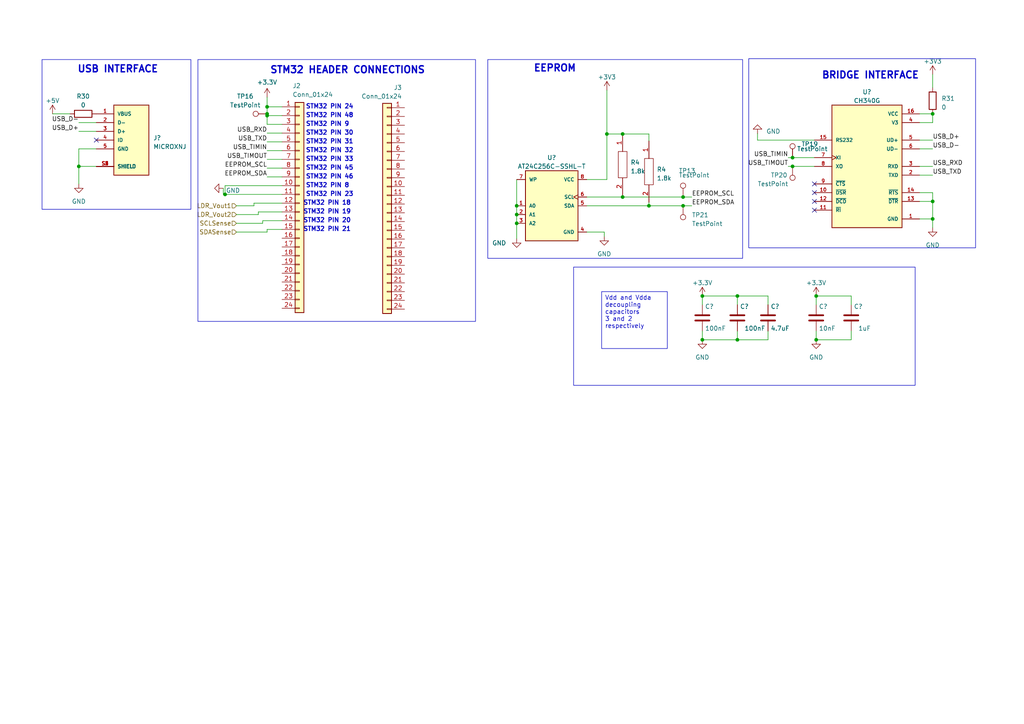
<source format=kicad_sch>
(kicad_sch (version 20230121) (generator eeschema)
  (paper "A4")
  (title_block (title "MCU Schematic") (date "2023-03-14") (rev "Rev 1") (company "UCT") (comment 1 "EEE3088F Project") (comment 2 "Jack Youens"))
  (lib_symbols
    (symbol "0402WGF1001TCE:0402WGF1001TCE" (pin_names (offset 0.762))
      (property "Reference" "R" (at 13.97 6.35 0))
      (property "Value" "0402WGF1001TCE" (at 13.97 3.81 0))
      (symbol "0402WGF1001TCE_0_0"
        (pin passive line (at 0 0 0) (length 5.08) (name "~") (number "1"))
        (pin passive line (at 17.78 0 180) (length 5.08) (name "~") (number "2"))
      )
      (symbol "0402WGF1001TCE_0_1"
        (polyline (pts (xy 5.08 1.27) (xy 12.7 1.27) (xy 12.7 -1.27) (xy 5.08 -1.27) (xy 5.08 1.27)) (stroke (width 0.1524)))
      )
    )
    (symbol "AT24C256C-SSHL-T:AT24C256C-SSHL-T" (pin_names (offset 1.016))
      (property "Reference" "U" (at -7.6427 10.1903 0))
      (property "Value" "AT24C256C-SSHL-T" (at -7.6309 -12.7181 0))
      (symbol "AT24C256C-SSHL-T_0_0"
        (rectangle (start -7.62 -10.16) (end 7.62 10.16) (stroke (width 0.254)) (fill (type background)))
        (pin input line (at -10.16 0 0) (length 2.54) (name "A0") (number "1"))
        (pin input line (at -10.16 -2.54 0) (length 2.54) (name "A1") (number "2"))
        (pin input line (at -10.16 -5.08 0) (length 2.54) (name "A2") (number "3"))
        (pin power_in line (at 10.16 -7.62 180) (length 2.54) (name "GND") (number "4"))
        (pin bidirectional line (at 10.16 0 180) (length 2.54) (name "SDA") (number "5"))
        (pin input clock (at 10.16 2.54 180) (length 2.54) (name "SCL") (number "6"))
        (pin input line (at -10.16 7.62 0) (length 2.54) (name "WP") (number "7"))
        (pin power_in line (at 10.16 7.62 180) (length 2.54) (name "VCC") (number "8"))
      )
    )
    (symbol "CH340G:CH340G" (pin_names (offset 1.016))
      (property "Reference" "U" (at -10.16 20.32 0))
      (property "Value" "CH340G" (at -10.16 -22.86 0))
      (symbol "CH340G_0_0"
        (rectangle (start -10.16 -17.78) (end 10.16 17.78) (stroke (width 0.254)) (fill (type background)))
        (pin power_in line (at 15.24 -15.24 180) (length 5.08) (name "GND") (number "1"))
        (pin input line (at -15.24 -7.62 0) (length 5.08) (name "~{DSR}") (number "10"))
        (pin input line (at -15.24 -12.7 0) (length 5.08) (name "~{RI}") (number "11"))
        (pin input line (at -15.24 -10.16 0) (length 5.08) (name "~{DCD}") (number "12"))
        (pin output line (at 15.24 -10.16 180) (length 5.08) (name "~{DTR}") (number "13"))
        (pin output line (at 15.24 -7.62 180) (length 5.08) (name "~{RTS}") (number "14"))
        (pin input line (at -15.24 7.62 0) (length 5.08) (name "RS232") (number "15"))
        (pin power_in line (at 15.24 15.24 180) (length 5.08) (name "VCC") (number "16"))
        (pin output line (at 15.24 -2.54 180) (length 5.08) (name "TXD") (number "2"))
        (pin input line (at 15.24 0 180) (length 5.08) (name "RXD") (number "3"))
        (pin power_in line (at 15.24 12.7 180) (length 5.08) (name "V3") (number "4"))
        (pin bidirectional line (at 15.24 7.62 180) (length 5.08) (name "UD+") (number "5"))
        (pin bidirectional line (at 15.24 5.08 180) (length 5.08) (name "UD-") (number "6"))
        (pin input clock (at -15.24 2.54 0) (length 5.08) (name "XI") (number "7"))
        (pin output line (at -15.24 0 0) (length 5.08) (name "XO") (number "8"))
        (pin input line (at -15.24 -5.08 0) (length 5.08) (name "~{CTS}") (number "9"))
      )
    )
    (symbol "Connector:TestPoint" (pin_numbers hide) (pin_names (offset 0.762) hide)
      (property "Reference" "TP" (at 0 6.858 0))
      (property "Value" "TestPoint" (at 0 5.08 0))
      (symbol "TestPoint_0_1"
        (circle (center 0 3.302) (radius 0.762))
      )
      (symbol "TestPoint_1_1"
        (pin passive line (at 0 0 90) (length 2.54) (name "1") (number "1"))
      )
    )
    (symbol "Connector_Generic:Conn_01x24" (pin_names (offset 1.016) hide)
      (property "Reference" "J" (at 0 30.48 0))
      (property "Value" "Conn_01x24" (at 0 -33.02 0))
      (symbol "Conn_01x24_1_1"
        (rectangle (start -1.27 -30.353) (end 0 -30.607) (stroke (width 0.1524)))
        (rectangle (start -1.27 -27.813) (end 0 -28.067) (stroke (width 0.1524)))
        (rectangle (start -1.27 -25.273) (end 0 -25.527) (stroke (width 0.1524)))
        (rectangle (start -1.27 -22.733) (end 0 -22.987) (stroke (width 0.1524)))
        (rectangle (start -1.27 -20.193) (end 0 -20.447) (stroke (width 0.1524)))
        (rectangle (start -1.27 -17.653) (end 0 -17.907) (stroke (width 0.1524)))
        (rectangle (start -1.27 -15.113) (end 0 -15.367) (stroke (width 0.1524)))
        (rectangle (start -1.27 -12.573) (end 0 -12.827) (stroke (width 0.1524)))
        (rectangle (start -1.27 -10.033) (end 0 -10.287) (stroke (width 0.1524)))
        (rectangle (start -1.27 -7.493) (end 0 -7.747) (stroke (width 0.1524)))
        (rectangle (start -1.27 -4.953) (end 0 -5.207) (stroke (width 0.1524)))
        (rectangle (start -1.27 -2.413) (end 0 -2.667) (stroke (width 0.1524)))
        (rectangle (start -1.27 0.127) (end 0 -0.127) (stroke (width 0.1524)))
        (rectangle (start -1.27 2.667) (end 0 2.413) (stroke (width 0.1524)))
        (rectangle (start -1.27 5.207) (end 0 4.953) (stroke (width 0.1524)))
        (rectangle (start -1.27 7.747) (end 0 7.493) (stroke (width 0.1524)))
        (rectangle (start -1.27 10.287) (end 0 10.033) (stroke (width 0.1524)))
        (rectangle (start -1.27 12.827) (end 0 12.573) (stroke (width 0.1524)))
        (rectangle (start -1.27 15.367) (end 0 15.113) (stroke (width 0.1524)))
        (rectangle (start -1.27 17.907) (end 0 17.653) (stroke (width 0.1524)))
        (rectangle (start -1.27 20.447) (end 0 20.193) (stroke (width 0.1524)))
        (rectangle (start -1.27 22.987) (end 0 22.733) (stroke (width 0.1524)))
        (rectangle (start -1.27 25.527) (end 0 25.273) (stroke (width 0.1524)))
        (rectangle (start -1.27 28.067) (end 0 27.813) (stroke (width 0.1524)))
        (rectangle (start -1.27 29.21) (end 1.27 -31.75) (stroke (width 0.254)) (fill (type background)))
        (pin passive line (at -5.08 27.94 0) (length 3.81) (name "Pin_1") (number "1"))
        (pin passive line (at -5.08 5.08 0) (length 3.81) (name "Pin_10") (number "10"))
        (pin passive line (at -5.08 2.54 0) (length 3.81) (name "Pin_11") (number "11"))
        (pin passive line (at -5.08 0 0) (length 3.81) (name "Pin_12") (number "12"))
        (pin passive line (at -5.08 -2.54 0) (length 3.81) (name "Pin_13") (number "13"))
        (pin passive line (at -5.08 -5.08 0) (length 3.81) (name "Pin_14") (number "14"))
        (pin passive line (at -5.08 -7.62 0) (length 3.81) (name "Pin_15") (number "15"))
        (pin passive line (at -5.08 -10.16 0) (length 3.81) (name "Pin_16") (number "16"))
        (pin passive line (at -5.08 -12.7 0) (length 3.81) (name "Pin_17") (number "17"))
        (pin passive line (at -5.08 -15.24 0) (length 3.81) (name "Pin_18") (number "18"))
        (pin passive line (at -5.08 -17.78 0) (length 3.81) (name "Pin_19") (number "19"))
        (pin passive line (at -5.08 25.4 0) (length 3.81) (name "Pin_2") (number "2"))
        (pin passive line (at -5.08 -20.32 0) (length 3.81) (name "Pin_20") (number "20"))
        (pin passive line (at -5.08 -22.86 0) (length 3.81) (name "Pin_21") (number "21"))
        (pin passive line (at -5.08 -25.4 0) (length 3.81) (name "Pin_22") (number "22"))
        (pin passive line (at -5.08 -27.94 0) (length 3.81) (name "Pin_23") (number "23"))
        (pin passive line (at -5.08 -30.48 0) (length 3.81) (name "Pin_24") (number "24"))
        (pin passive line (at -5.08 22.86 0) (length 3.81) (name "Pin_3") (number "3"))
        (pin passive line (at -5.08 20.32 0) (length 3.81) (name "Pin_4") (number "4"))
        (pin passive line (at -5.08 17.78 0) (length 3.81) (name "Pin_5") (number "5"))
        (pin passive line (at -5.08 15.24 0) (length 3.81) (name "Pin_6") (number "6"))
        (pin passive line (at -5.08 12.7 0) (length 3.81) (name "Pin_7") (number "7"))
        (pin passive line (at -5.08 10.16 0) (length 3.81) (name "Pin_8") (number "8"))
        (pin passive line (at -5.08 7.62 0) (length 3.81) (name "Pin_9") (number "9"))
      )
    )
    (symbol "Device:C" (pin_numbers hide) (pin_names (offset 0.254))
      (property "Reference" "C" (at 0.635 2.54 0))
      (property "Value" "C" (at 0.635 -2.54 0))
      (symbol "C_0_1"
        (polyline (pts (xy -2.032 -0.762) (xy 2.032 -0.762)) (stroke (width 0.508)))
        (polyline (pts (xy -2.032 0.762) (xy 2.032 0.762)) (stroke (width 0.508)))
      )
      (symbol "C_1_1"
        (pin passive line (at 0 3.81 270) (length 2.794) (name "~") (number "1"))
        (pin passive line (at 0 -3.81 90) (length 2.794) (name "~") (number "2"))
      )
    )
    (symbol "Device:R" (pin_numbers hide) (pin_names (offset 0))
      (property "Reference" "R" (at 2.032 0 90))
      (property "Value" "R" (at 0 0 90))
      (symbol "R_0_1"
        (rectangle (start -1.016 -2.54) (end 1.016 2.54) (stroke (width 0.254)))
      )
      (symbol "R_1_1"
        (pin passive line (at 0 3.81 270) (length 1.27) (name "~") (number "1"))
        (pin passive line (at 0 -3.81 90) (length 1.27) (name "~") (number "2"))
      )
    )
    (symbol "MICROXNJ:MICROXNJ" (pin_names (offset 1.016))
      (property "Reference" "J" (at -5.0828 10.9278 0))
      (property "Value" "MICROXNJ" (at -5.0823 -10.9276 0))
      (symbol "MICROXNJ_0_0"
        (rectangle (start -5.08 -10.16) (end 5.08 10.16) (stroke (width 0.254)) (fill (type background)))
        (pin power_in line (at -10.16 7.62 0) (length 5.08) (name "VBUS") (number "1"))
        (pin bidirectional line (at -10.16 5.08 0) (length 5.08) (name "D-") (number "2"))
        (pin bidirectional line (at -10.16 2.54 0) (length 5.08) (name "D+") (number "3"))
        (pin bidirectional line (at -10.16 0 0) (length 5.08) (name "ID") (number "4"))
        (pin power_in line (at -10.16 -2.54 0) (length 5.08) (name "GND") (number "5"))
        (pin passive line (at -10.16 -7.62 0) (length 5.08) (name "SHIELD") (number "S1"))
        (pin passive line (at -10.16 -7.62 0) (length 5.08) (name "SHIELD") (number "S2"))
        (pin passive line (at -10.16 -7.62 0) (length 5.08) (name "SHIELD") (number "S3"))
        (pin passive line (at -10.16 -7.62 0) (length 5.08) (name "SHIELD") (number "S4"))
        (pin passive line (at -10.16 -7.62 0) (length 5.08) (name "SHIELD") (number "S5"))
        (pin passive line (at -10.16 -7.62 0) (length 5.08) (name "SHIELD") (number "S6"))
      )
    )
    (symbol "power:+3.3V" (power) (pin_names (offset 0))
      (property "Value" "+3.3V" (at 0 3.556 0))
      (symbol "+3.3V_0_1"
        (polyline (pts (xy -0.762 1.27) (xy 0 2.54)))
        (polyline (pts (xy 0 0) (xy 0 2.54)))
        (polyline (pts (xy 0 2.54) (xy 0.762 1.27)))
      )
      (symbol "+3.3V_1_1"
        (pin power_in line (at 0 0 90) (length 0) hide (name "+3.3V") (number "1"))
      )
    )
    (symbol "power:+3V3" (power) (pin_names (offset 0))
      (property "Value" "+3V3" (at 0 3.556 0))
      (symbol "+3V3_0_1"
        (polyline (pts (xy -0.762 1.27) (xy 0 2.54)))
        (polyline (pts (xy 0 0) (xy 0 2.54)))
        (polyline (pts (xy 0 2.54) (xy 0.762 1.27)))
      )
      (symbol "+3V3_1_1"
        (pin power_in line (at 0 0 90) (length 0) hide (name "+3V3") (number "1"))
      )
    )
    (symbol "power:+5V" (power) (pin_names (offset 0))
      (property "Value" "+5V" (at 0 3.556 0))
      (symbol "+5V_0_1"
        (polyline (pts (xy -0.762 1.27) (xy 0 2.54)))
        (polyline (pts (xy 0 0) (xy 0 2.54)))
        (polyline (pts (xy 0 2.54) (xy 0.762 1.27)))
      )
      (symbol "+5V_1_1"
        (pin power_in line (at 0 0 90) (length 0) hide (name "+5V") (number "1"))
      )
    )
    (symbol "power:GND" (power) (pin_names (offset 0))
      (property "Value" "GND" (at 0 -3.81 0))
      (symbol "GND_0_1"
        (polyline (pts (xy 0 0) (xy 0 -1.27) (xy 1.27 -1.27) (xy 0 -2.54) (xy -1.27 -1.27) (xy 0 -1.27)))
      )
      (symbol "GND_1_1"
        (pin power_in line (at 0 0 270) (length 0) hide (name "GND") (number "1"))
      )
    )
  )
  (junction (at 229.87 45.72))
  (junction (at 77.47 30.988))
  (junction (at 213.868 98.552))
  (junction (at 65.278 56.388))
  (junction (at 270.51 58.42))
  (junction (at 198.12 57.15))
  (junction (at 176.022 38.862))
  (junction (at 149.86 62.23))
  (junction (at 22.86 48.26))
  (junction (at 203.708 98.552))
  (junction (at 236.728 98.552))
  (junction (at 149.86 59.69))
  (junction (at 180.594 57.15))
  (junction (at 236.728 85.852))
  (junction (at 149.86 64.77))
  (junction (at 180.594 38.862))
  (junction (at 188.214 59.69))
  (junction (at 203.708 85.852))
  (junction (at 270.51 63.5))
  (junction (at 198.12 59.69))
  (junction (at 77.47 33.528))
  (junction (at 213.868 85.852))
  (junction (at 229.87 48.26))
  (junction (at 77.47 33.02))
  (junction (at 270.51 33.02))
  (no_connect (at 27.94 40.64))
  (no_connect (at 236.22 58.42))
  (no_connect (at 236.22 53.34))
  (no_connect (at 236.22 60.96))
  (no_connect (at 236.22 55.88))
  (wire (pts (xy 203.708 85.852) (xy 203.708 88.392)))
  (wire (pts (xy 180.594 56.642) (xy 180.594 57.15)))
  (wire (pts (xy 77.47 28.194) (xy 77.47 30.988)))
  (wire (pts (xy 27.94 48.26) (xy 22.86 48.26)))
  (wire (pts (xy 175.26 67.31) (xy 175.26 68.58)))
  (wire (pts (xy 229.87 45.72) (xy 236.22 45.72)))
  (wire (pts (xy 270.51 33.02) (xy 270.51 35.56)))
  (wire (pts (xy 74.93 61.468) (xy 81.788 61.468)))
  (wire (pts (xy 64.77 56.388) (xy 65.278 56.388)))
  (wire (pts (xy 65.278 53.848) (xy 81.788 53.848)))
  (wire (pts (xy 213.868 96.012) (xy 213.868 98.552)))
  (wire (pts (xy 270.51 63.5) (xy 270.51 66.04)))
  (wire (pts (xy 149.86 64.77) (xy 149.86 69.215)))
  (wire (pts (xy 77.47 33.528) (xy 77.47 33.02)))
  (wire (pts (xy 68.58 64.77) (xy 76.2 64.77)))
  (wire (pts (xy 213.868 98.552) (xy 203.708 98.552)))
  (wire (pts (xy 176.022 38.862) (xy 180.594 38.862)))
  (wire (pts (xy 176.022 38.862) (xy 176.022 52.07)))
  (wire (pts (xy 77.47 66.548) (xy 81.788 66.548)))
  (wire (pts (xy 65.278 53.848) (xy 65.278 56.388)))
  (wire (pts (xy 228.6 48.26) (xy 229.87 48.26)))
  (wire (pts (xy 77.47 30.988) (xy 81.788 30.988)))
  (wire (pts (xy 77.47 38.608) (xy 81.788 38.608)))
  (wire (pts (xy 73.66 59.69) (xy 73.66 58.928)))
  (wire (pts (xy 222.758 85.852) (xy 213.868 85.852)))
  (wire (pts (xy 228.6 45.72) (xy 229.87 45.72)))
  (wire (pts (xy 266.7 48.26) (xy 270.51 48.26)))
  (wire (pts (xy 170.18 67.31) (xy 175.26 67.31)))
  (wire (pts (xy 77.47 67.31) (xy 77.47 66.548)))
  (wire (pts (xy 266.7 55.88) (xy 270.51 55.88)))
  (wire (pts (xy 22.86 38.1) (xy 27.94 38.1)))
  (wire (pts (xy 246.888 98.552) (xy 246.888 96.012)))
  (wire (pts (xy 74.93 62.23) (xy 74.93 61.468)))
  (wire (pts (xy 270.51 55.88) (xy 270.51 58.42)))
  (wire (pts (xy 68.58 67.31) (xy 77.47 67.31)))
  (wire (pts (xy 176.022 26.162) (xy 176.022 38.862)))
  (wire (pts (xy 266.7 43.18) (xy 270.51 43.18)))
  (wire (pts (xy 222.758 98.552) (xy 213.868 98.552)))
  (wire (pts (xy 188.214 40.894) (xy 188.214 38.862)))
  (wire (pts (xy 203.708 85.852) (xy 213.868 85.852)))
  (wire (pts (xy 266.7 40.64) (xy 270.51 40.64)))
  (wire (pts (xy 73.66 58.928) (xy 81.788 58.928)))
  (wire (pts (xy 219.71 40.64) (xy 219.71 38.735)))
  (wire (pts (xy 64.77 56.388) (xy 64.77 54.61)))
  (wire (pts (xy 27.94 43.18) (xy 22.86 43.18)))
  (wire (pts (xy 236.728 85.852) (xy 236.728 88.392)))
  (wire (pts (xy 266.7 33.02) (xy 270.51 33.02)))
  (wire (pts (xy 22.86 35.56) (xy 27.94 35.56)))
  (wire (pts (xy 266.7 50.8) (xy 270.51 50.8)))
  (wire (pts (xy 77.47 33.528) (xy 77.47 36.068)))
  (wire (pts (xy 222.758 88.392) (xy 222.758 85.852)))
  (wire (pts (xy 170.18 59.69) (xy 188.214 59.69)))
  (wire (pts (xy 76.2 64.008) (xy 81.788 64.008)))
  (wire (pts (xy 203.708 96.012) (xy 203.708 98.552)))
  (wire (pts (xy 149.86 59.69) (xy 149.86 62.23)))
  (wire (pts (xy 236.728 96.012) (xy 236.728 98.552)))
  (wire (pts (xy 68.58 62.23) (xy 74.93 62.23)))
  (wire (pts (xy 219.71 40.64) (xy 236.22 40.64)))
  (wire (pts (xy 77.47 46.228) (xy 81.788 46.228)))
  (wire (pts (xy 198.12 59.69) (xy 200.66 59.69)))
  (wire (pts (xy 68.58 59.69) (xy 73.66 59.69)))
  (wire (pts (xy 77.47 43.688) (xy 81.788 43.688)))
  (wire (pts (xy 77.47 51.308) (xy 81.788 51.308)))
  (wire (pts (xy 22.86 43.18) (xy 22.86 48.26)))
  (wire (pts (xy 188.214 59.69) (xy 198.12 59.69)))
  (wire (pts (xy 77.47 33.02) (xy 77.47 30.988)))
  (wire (pts (xy 170.18 57.15) (xy 180.594 57.15)))
  (wire (pts (xy 22.86 48.26) (xy 22.86 53.34)))
  (wire (pts (xy 213.868 85.852) (xy 213.868 88.392)))
  (wire (pts (xy 188.214 58.674) (xy 188.214 59.69)))
  (wire (pts (xy 170.18 52.07) (xy 176.022 52.07)))
  (wire (pts (xy 77.47 48.768) (xy 81.788 48.768)))
  (wire (pts (xy 81.788 36.068) (xy 77.47 36.068)))
  (wire (pts (xy 149.86 52.07) (xy 149.86 59.69)))
  (wire (pts (xy 270.51 21.59) (xy 270.51 25.4)))
  (wire (pts (xy 81.788 33.528) (xy 77.47 33.528)))
  (wire (pts (xy 77.47 41.148) (xy 81.788 41.148)))
  (wire (pts (xy 76.2 64.77) (xy 76.2 64.008)))
  (wire (pts (xy 65.278 56.388) (xy 81.788 56.388)))
  (wire (pts (xy 270.51 58.42) (xy 270.51 63.5)))
  (wire (pts (xy 229.87 48.26) (xy 236.22 48.26)))
  (wire (pts (xy 180.594 57.15) (xy 198.12 57.15)))
  (wire (pts (xy 266.7 35.56) (xy 270.51 35.56)))
  (wire (pts (xy 236.728 98.552) (xy 246.888 98.552)))
  (wire (pts (xy 15.24 33.02) (xy 20.32 33.02)))
  (wire (pts (xy 246.888 85.852) (xy 246.888 88.392)))
  (wire (pts (xy 222.758 96.012) (xy 222.758 98.552)))
  (wire (pts (xy 149.86 62.23) (xy 149.86 64.77)))
  (wire (pts (xy 198.12 57.15) (xy 200.66 57.15)))
  (wire (pts (xy 266.7 63.5) (xy 270.51 63.5)))
  (wire (pts (xy 266.7 58.42) (xy 270.51 58.42)))
  (wire (pts (xy 236.728 85.852) (xy 246.888 85.852)))
  (wire (pts (xy 180.594 38.862) (xy 188.214 38.862)))
  (rectangle (start 57.404 17.272) (end 137.922 93.218))
  (rectangle (start 166.37 77.47) (end 265.43 111.76))
  (rectangle (start 141.478 17.272) (end 215.392 74.93))
  (rectangle (start 217.17 17.018) (end 282.956 71.882))
  (rectangle (start 12.192 17.272) (end 55.372 60.706))
  (text_box "Vdd and Vdda decoupling capacitors\n3 and 2 respectively" (at 174.498 84.582 0) (size 19.05 16.51) (effects (font (size 1.27 1.27)) (justify left top)))
  (text "USB INTERFACE" (at 22.352 21.336 0) (effects (font (size 2 2) bold) (justify left bottom)))
  (text "STM32 PIN 45\n" (at 88.646 49.53 0) (effects (font (size 1.27 1.27) bold) (justify left bottom)))
  (text "STM32 PIN 21" (at 101.854 67.31 0) (effects (font (size 1.27 1.27) bold) (justify right bottom)))
  (text "STM32 PIN 31" (at 88.646 41.91 0) (effects (font (size 1.27 1.27) bold) (justify left bottom)))
  (text "STM32 PIN 32\n" (at 88.646 44.45 0) (effects (font (size 1.27 1.27) bold) (justify left bottom)))
  (text "STM32 PIN 30\n" (at 88.646 39.37 0) (effects (font (size 1.27 1.27) bold) (justify left bottom)))
  (text "STM32 HEADER CONNECTIONS" (at 78.232 21.59 0) (effects (font (size 2 2) bold) (justify left bottom)))
  (text "BRIDGE INTERFACE" (at 238.252 23.114 0) (effects (font (size 2 2) bold) (justify left bottom)))
  (text "STM32 PIN 48" (at 88.646 34.29 0) (effects (font (size 1.27 1.27) bold) (justify left bottom)))
  (text "STM32 PIN 19\n" (at 101.854 62.23 0) (effects (font (size 1.27 1.27) bold) (justify right bottom)))
  (text "STM32 PIN 33" (at 88.646 46.99 0) (effects (font (size 1.27 1.27) bold) (justify left bottom)))
  (text "STM32 PIN 18\n" (at 101.854 59.69 0) (effects (font (size 1.27 1.27) (thickness 0.254) bold) (justify right bottom)))
  (text "STM32 PIN 8\n" (at 88.646 54.61 0) (effects (font (size 1.27 1.27) bold) (justify left bottom)))
  (text "STM32 PIN 23" (at 88.646 57.15 0) (effects (font (size 1.27 1.27) bold) (justify left bottom)))
  (text "STM32 PIN 20\n" (at 101.854 64.77 0) (effects (font (size 1.27 1.27) bold) (justify right bottom)))
  (text "STM32 PIN 9" (at 88.646 36.83 0) (effects (font (size 1.27 1.27) bold) (justify left bottom)))
  (text "STM32 PIN 24\n" (at 88.646 31.75 0) (effects (font (size 1.27 1.27) bold) (justify left bottom)))
  (text "EEPROM" (at 154.686 21.082 0) (effects (font (size 2 2) bold) (justify left bottom)))
  (text "STM32 PIN 46\n" (at 88.646 52.07 0) (effects (font (size 1.27 1.27) bold) (justify left bottom)))
  (label "EEPROM_SDA" (at 77.47 51.308 180) (property "Intersheetrefs" "${INTERSHEET_REFS}" (effects hide)))
  (label "EEPROM_SCL" (at 77.47 48.768 180) (property "Intersheetrefs" "${INTERSHEET_REFS}" (effects hide)))
  (label "EEPROM_SDA" (at 200.66 59.69 0) (property "Intersheetrefs" "${INTERSHEET_REFS}" (effects hide)))
  (label "USB_TXD" (at 77.47 41.148 180) (property "Intersheetrefs" "${INTERSHEET_REFS}" (effects hide)))
  (label "USB_TIMIN" (at 77.47 43.688 180) (property "Intersheetrefs" "${INTERSHEET_REFS}" (effects hide)))
  (label "USB_D+" (at 22.86 38.1 180) (property "Intersheetrefs" "${INTERSHEET_REFS}" (effects hide)))
  (label "USB_TXD" (at 270.51 50.8 0) (property "Intersheetrefs" "${INTERSHEET_REFS}" (effects hide)))
  (label "USB_D-" (at 270.51 43.18 0) (property "Intersheetrefs" "${INTERSHEET_REFS}" (effects hide)))
  (label "USB_D-" (at 22.86 35.56 180) (property "Intersheetrefs" "${INTERSHEET_REFS}" (effects hide)))
  (label "EEPROM_SCL" (at 200.66 57.15 0) (property "Intersheetrefs" "${INTERSHEET_REFS}" (effects hide)))
  (label "USB_RXD" (at 77.47 38.608 180) (property "Intersheetrefs" "${INTERSHEET_REFS}" (effects hide)))
  (label "USB_TIMOUT" (at 228.6 48.26 180) (property "Intersheetrefs" "${INTERSHEET_REFS}" (effects hide)))
  (label "USB_TIMIN" (at 228.6 45.72 180) (property "Intersheetrefs" "${INTERSHEET_REFS}" (effects hide)))
  (label "USB_RXD" (at 270.51 48.26 0) (property "Intersheetrefs" "${INTERSHEET_REFS}" (effects hide)))
  (label "USB_D+" (at 270.51 40.64 0) (property "Intersheetrefs" "${INTERSHEET_REFS}" (effects hide)))
  (label "USB_TIMOUT" (at 77.47 46.228 180) (property "Intersheetrefs" "${INTERSHEET_REFS}" (effects hide)))
  (hierarchical_label "SCLSense" (shape input) (at 68.58 64.77 180))
  (hierarchical_label "LDR_Vout2" (shape input) (at 68.58 62.23 180))
  (hierarchical_label "SDASense" (shape input) (at 68.58 67.31 180))
  (hierarchical_label "LDR_Vout1" (shape input) (at 68.58 59.69 180))
  (symbol (lib_id "Device:C") (at 246.888 92.202 0) (unit 1)
    (property "Reference" "C?" (at 247.65 88.9 0) (effects (justify left)))
    (property "Value" "1uF" (at 248.92 95.25 0) (effects (justify left)))
    (property "Footprint" "Capacitor_SMD:C_0805_2012Metric" (effects hide))
    (property "Datasheet" "https://datasheet.lcsc.com/lcsc/1810191216_Samsung-Electro-Mechanics-CL21B105KBFNNNE_C28323.pdf" (effects hide))
    (property "Price" "0.0087" (effects hide))
    (property "Extended" "0" (effects hide))
    (property "Description" "1uF Cap 0805" (effects hide))
    (property "Manufacturer_Part_Number" "-" (effects hide))
  )
  (symbol (lib_id "Connector:TestPoint") (at 229.87 48.26 180) (unit 1)
    (property "Reference" "TP20" (at 223.52 50.8 0) (effects (justify right)))
    (property "Value" "TestPoint" (at 219.71 53.34 0) (effects (justify right)))
    (property "Footprint" "TestPoint:TestPoint_Pad_2.0x2.0mm" (effects hide))
  )
  (symbol (lib_id "Connector:TestPoint") (at 198.12 57.15 0) (unit 1)
    (property "Reference" "TP13" (at 196.85 49.53 0) (effects (justify left)))
    (property "Value" "TestPoint" (at 196.85 50.8 0) (effects (justify left)))
    (property "Footprint" "TestPoint:TestPoint_Pad_2.0x2.0mm" (effects hide))
  )
  (symbol (lib_id "power:GND") (at 149.86 69.215 0) (unit 1)
    (property "Reference" "#PWR029" (effects hide))
    (property "Value" "GND" (at 144.78 70.485 0))
  )
  (symbol (lib_id "Device:R") (at 24.13 33.02 270) (unit 1)
    (property "Reference" "R30" (at 24.13 27.94 90))
    (property "Value" "0" (at 24.13 30.48 90))
    (property "Footprint" "Resistor_SMD:R_0402_1005Metric" (effects hide))
    (property "Datasheet" "https://www.mouser.in/datasheet/2/1365/1-3044649.pdf" (effects hide))
    (property "Description" "0 Resistor - 0402" (effects hide))
    (property "Extended" "0" (effects hide))
    (property "Height" "0.4" (effects hide))
    (property "JLC Part Number" "C17168" (effects hide))
    (property "Manufacturer_Name" "ROYALOHM" (effects hide))
    (property "Manufacturer_Part_Number" "0402WGF0000TCE" (effects hide))
    (property "Price" "0.0035" (effects hide))
  )
  (symbol (lib_id "AT24C256C-SSHL-T:AT24C256C-SSHL-T") (at 160.02 59.69 0) (unit 1)
    (property "Reference" "U?" (at 160.02 45.72 0))
    (property "Value" "AT24C256C-SSHL-T" (at 160.02 48.26 0))
    (property "Footprint" "AT24C256C-SSHL-T EEPROM Chip:SOIC127P600X175-8N" (effects hide))
    (property "Datasheet" "https://datasheet.lcsc.com/lcsc/1809151932_Microchip-Tech-AT24C256C-SSHL-T_C6482.pdf" (effects hide))
    (property "MANUFACTURER" "Atmel" (effects hide))
    (property "Price" "0.5313" (effects hide))
    (property "Extended" "0" (effects hide))
    (property "Manufacturer_Part_Number" "AT24C256C-SSHL-T" (effects hide))
    (property "Description" "EEPROM" (effects hide))
    (property "JLC Part Number" "C6482" (effects hide))
  )
  (symbol (lib_id "Connector:TestPoint") (at 229.87 45.72 0) (unit 1)
    (property "Reference" "TP19" (at 232.41 41.783 0) (effects (justify left)))
    (property "Value" "TestPoint" (at 231.14 43.18 0) (effects (justify left)))
    (property "Footprint" "TestPoint:TestPoint_Pad_2.0x2.0mm" (effects hide))
  )
  (symbol (lib_id "CH340G:CH340G") (at 251.46 48.26 0) (unit 1)
    (property "Reference" "U?" (at 251.46 26.67 0))
    (property "Value" "CH340G" (at 251.46 29.21 0))
    (property "Footprint" "CH340G Bridge:SOIC127P600X180-16N" (effects hide))
    (property "Datasheet" "https://datasheet.lcsc.com/lcsc/2008191806_WCH-Jiangsu-Qin-Heng-CH340G_C14267.pdf" (effects hide))
    (property "MANUFACTURER" "WCH" (effects hide))
    (property "STANDARD" "IPC 7351B" (effects hide))
    (property "PARTREV" "2G" (effects hide))
    (property "MAXIMUM_PACKAGE_HEIGHT" "1.8 mm" (effects hide))
    (property "Price" "0.47" (effects hide))
    (property "Extended" "0" (effects hide))
    (property "Manufacturer_Part_Number" "CH340G" (effects hide))
    (property "Description" "USB Comms IC" (effects hide))
    (property "JLC Part Number" "C14267" (effects hide))
  )
  (symbol (lib_id "power:GND") (at 22.86 53.34 0) (unit 1)
    (property "Reference" "#PWR?" (effects hide))
    (property "Value" "GND" (at 22.86 58.42 0))
  )
  (symbol (lib_id "power:GND") (at 203.708 98.552 0) (unit 1)
    (property "Reference" "#PWR?" (effects hide))
    (property "Value" "GND" (at 203.708 103.632 0))
  )
  (symbol (lib_id "MICROXNJ:MICROXNJ") (at 38.1 40.64 0) (unit 1)
    (property "Reference" "J?" (at 44.45 40.005 0) (effects (justify left)))
    (property "Value" "MICROXNJ" (at 44.45 42.545 0) (effects (justify left)))
    (property "Footprint" "MICROXNJ:SHOUHAN_MICROXNJ" (effects hide))
    (property "Datasheet" "https://datasheet.lcsc.com/lcsc/2204151400_SHOU-HAN-MicroXNJ_C404969.pdf" (effects hide))
    (property "STANDARD" "Manufacturer Recommendations" (effects hide))
    (property "PARTREV" "A" (effects hide))
    (property "MANUFACTURER" "SHOUHAN" (effects hide))
    (property "MAXIMUM_PACKAGE_HEIGHT" "3mm" (effects hide))
    (property "Price" "0.03" (effects hide))
    (property "Extended" "0" (effects hide))
    (property "Description" "Jumper" (effects hide))
    (property "Manufacturer_Part_Number" "MicroXNJ" (effects hide))
  )
  (symbol (lib_id "Device:C") (at 203.708 92.202 0) (unit 1)
    (property "Reference" "C?" (at 204.47 88.9 0) (effects (justify left)))
    (property "Value" "100nF" (at 204.47 95.25 0) (effects (justify left)))
    (property "Footprint" "100n CC0603KRX7R9BB104:CAPC1608X90" (effects hide))
    (property "Datasheet" "https://datasheet.lcsc.com/lcsc/2211101700_YAGEO-CC0603KRX7R9BB104_C14663.pdf" (effects hide))
    (property "Price" "0.01" (effects hide))
    (property "Extended" "0" (effects hide))
    (property "Description" "100nF Cap" (effects hide))
    (property "Manufacturer_Part_Number" "CC0603KRX7R9BB104" (effects hide))
    (property "JLC Part Number" "C14663" (effects hide))
  )
  (symbol (lib_id "power:+5V") (at 15.24 33.02 0) (unit 1)
    (property "Reference" "#PWR046" (effects hide))
    (property "Value" "+5V" (at 15.24 29.21 0))
  )
  (symbol (lib_id "power:+3.3V") (at 203.708 85.852 0) (unit 1)
    (property "Reference" "#PWR?" (effects hide))
    (property "Value" "+3.3V" (at 203.708 82.042 0))
  )
  (symbol (lib_id "0402WGF1001TCE:0402WGF1001TCE") (at 188.214 40.894 270) (unit 1)
    (property "Reference" "R4" (at 190.5 49.149 90) (effects (justify left)))
    (property "Value" "1.8k" (at 190.5 51.689 90) (effects (justify left)))
    (property "Footprint" "1.8k Ohm Resistor:RESC2013X65N" (effects hide))
    (property "Datasheet" "https://datasheet.lcsc.com/szlcsc/Uniroyal-Elec-0402WGF1001TCE_C11702.pdf" (effects hide))
    (property "Description" "1.8k Resistor - 0805" (effects hide))
    (property "Height" "0.4" (effects hide))
    (property "Manufacturer_Name" "UNI-ROYAL(Uniroyal Elec)" (effects hide))
    (property "Manufacturer_Part_Number" "0805W8F1801T5E" (effects hide))
    (property "Price" "0.0018" (effects hide))
    (property "Extended" "0" (effects hide))
    (property "JLC Part Number" "C17398" (effects hide))
    (instances (project "Power_kicad_sch" (path "" (reference "R4") (unit 1))) (project "EEE3088" (path "" (reference "R4") (unit 1)) (path "" (reference "R29") (unit 1))))
  )
  (symbol (lib_id "Device:C") (at 222.758 92.202 0) (unit 1)
    (property "Reference" "C?" (at 223.52 88.9 0) (effects (justify left)))
    (property "Value" "4.7uF" (at 223.52 95.25 0) (effects (justify left)))
    (property "Footprint" "4.7n Cap LIB_0402B472K500NT:CAPC1005X55N" (effects hide))
    (property "Datasheet" "https://datasheet.lcsc.com/lcsc/1810261822_Samsung-Electro-Mechanics-CL21A475KAQNNNE_C1779.pdf" (effects hide))
    (property "Price" "0.01" (effects hide))
    (property "Extended" "0" (effects hide))
    (property "Description" "4.7uF" (effects hide))
    (property "Manufacturer_Part_Number" "CL21A475KAQNNNE" (effects hide))
    (property "JLC Part Number" "C1779" (effects hide))
  )
  (symbol (lib_id "power:GND") (at 175.26 68.58 0) (unit 1)
    (property "Reference" "#PWR?" (effects hide))
    (property "Value" "GND" (at 175.26 73.66 0))
  )
  (symbol (lib_id "Connector_Generic:Conn_01x24") (at 86.868 58.928 0) (unit 1)
    (property "Reference" "J2" (at 84.836 24.892 0) (effects (justify left)))
    (property "Value" "Conn_01x24" (at 84.836 27.432 0) (effects (justify left)))
    (property "Footprint" "Connector_PinHeader_1.00mm:PinHeader_1x24_P1.00mm_Vertical" (effects hide))
    (property "Datasheet" "-" (effects hide))
    (property "Description" "STM Connector" (effects hide))
    (property "Extended" "0" (effects hide))
    (property "Manufacturer_Part_Number" "-" (effects hide))
    (property "Price" "-" (effects hide))
  )
  (symbol (lib_id "Device:R") (at 270.51 29.21 0) (unit 1)
    (property "Reference" "R31" (at 273.05 28.575 0) (effects (justify left)))
    (property "Value" "0" (at 273.05 31.115 0) (effects (justify left)))
    (property "Footprint" "Resistor_SMD:R_0402_1005Metric" (effects hide))
    (property "Datasheet" "https://www.mouser.in/datasheet/2/1365/1-3044649.pdf" (effects hide))
    (property "Description" "0 Resistor - 0402" (effects hide))
    (property "Extended" "0" (effects hide))
    (property "Height" "0.4" (effects hide))
    (property "JLC Part Number" "C17168" (effects hide))
    (property "Manufacturer_Name" "ROYALOHM" (effects hide))
    (property "Manufacturer_Part_Number" "0402WGF0000TCE" (effects hide))
    (property "Price" "0.0035" (effects hide))
  )
  (symbol (lib_id "Device:C") (at 236.728 92.202 0) (unit 1)
    (property "Reference" "C?" (at 237.49 88.9 0) (effects (justify left)))
    (property "Value" "10nF" (at 237.49 95.25 0) (effects (justify left)))
    (property "Footprint" "10n Cap CL21B103KBANNNC:CAPC2012X140N" (effects hide))
    (property "Datasheet" "https://datasheet.lcsc.com/lcsc/1811151136_Samsung-Electro-Mechanics-CL21B103KBANNNC_C1710.pdf" (effects hide))
    (property "Price" "0.01" (effects hide))
    (property "Extended" "0" (effects hide))
    (property "Description" "10nF Cap" (effects hide))
    (property "Manufacturer_Part_Number" "CL21B103KBANNNC" (effects hide))
    (property "JLC Part Number" "C1710" (effects hide))
  )
  (symbol (lib_id "power:+3V3") (at 176.022 26.162 0) (unit 1)
    (property "Reference" "#PWR?" (effects hide))
    (property "Value" "+3V3" (at 176.022 22.352 0))
  )
  (symbol (lib_id "power:GND") (at 270.51 66.04 0) (unit 1)
    (property "Reference" "#PWR?" (effects hide))
    (property "Value" "GND" (at 270.51 71.12 0))
  )
  (symbol (lib_id "Connector:TestPoint") (at 77.47 33.02 90) (unit 1)
    (property "Reference" "TP16" (at 71.12 27.94 90))
    (property "Value" "TestPoint" (at 71.12 30.48 90))
    (property "Footprint" "TestPoint:TestPoint_Pad_2.0x2.0mm" (effects hide))
  )
  (symbol (lib_id "power:GND") (at 219.71 38.735 180) (unit 1)
    (property "Reference" "#PWR01" (effects hide))
    (property "Value" "GND" (at 222.25 38.1 0) (effects (justify right)))
  )
  (symbol (lib_id "Connector_Generic:Conn_01x24") (at 112.268 59.182 0) (mirror y) (unit 1)
    (property "Reference" "J3" (at 116.586 25.4 0) (effects (justify left)))
    (property "Value" "Conn_01x24" (at 116.586 27.94 0) (effects (justify left)))
    (property "Footprint" "Connector_PinHeader_1.00mm:PinHeader_1x24_P1.00mm_Vertical" (effects hide))
    (property "Datasheet" "-" (effects hide))
    (property "Description" "STM Connector" (effects hide))
    (property "Extended" "0" (effects hide))
    (property "Manufacturer_Part_Number" "-" (effects hide))
    (property "Price" "-" (effects hide))
  )
  (symbol (lib_id "power:GND") (at 236.728 98.552 0) (unit 1)
    (property "Reference" "#PWR?" (effects hide))
    (property "Value" "GND" (at 236.728 103.632 0))
  )
  (symbol (lib_id "Connector:TestPoint") (at 198.12 59.69 180) (unit 1)
    (property "Reference" "TP21" (at 200.66 62.357 0) (effects (justify right)))
    (property "Value" "TestPoint" (at 200.66 64.897 0) (effects (justify right)))
    (property "Footprint" "TestPoint:TestPoint_Pad_2.0x2.0mm" (effects hide))
  )
  (symbol (lib_id "Device:C") (at 213.868 92.202 0) (unit 1)
    (property "Reference" "C?" (at 214.63 88.9 0) (effects (justify left)))
    (property "Value" "100nF" (at 215.9 95.25 0) (effects (justify left)))
    (property "Footprint" "100n CC0603KRX7R9BB104:CAPC1608X90" (effects hide))
    (property "Datasheet" "https://datasheet.lcsc.com/lcsc/2211101700_YAGEO-CC0603KRX7R9BB104_C14663.pdf" (effects hide))
    (property "Price" "0.01" (effects hide))
    (property "Extended" "0" (effects hide))
    (property "Description" "100nF Cap" (effects hide))
    (property "Manufacturer_Part_Number" "CC0603KRX7R9BB104" (effects hide))
    (property "JLC Part Number" "C14663" (effects hide))
  )
  (symbol (lib_id "0402WGF1001TCE:0402WGF1001TCE") (at 180.594 38.862 270) (unit 1)
    (property "Reference" "R4" (at 182.88 47.117 90) (effects (justify left)))
    (property "Value" "1.8k" (at 182.88 49.657 90) (effects (justify left)))
    (property "Footprint" "1.8k Ohm Resistor:RESC2013X65N" (effects hide))
    (property "Datasheet" "https://datasheet.lcsc.com/szlcsc/Uniroyal-Elec-0402WGF1001TCE_C11702.pdf" (effects hide))
    (property "Description" "1k Resistor - 0805" (effects hide))
    (property "Height" "0.4" (effects hide))
    (property "Manufacturer_Name" "UNI-ROYAL(Uniroyal Elec)" (effects hide))
    (property "Manufacturer_Part_Number" "0805W8F1801T5E" (effects hide))
    (property "Price" "0.0018" (effects hide))
    (property "Extended" "0" (effects hide))
    (property "JLC Part Number" "C17398" (effects hide))
    (instances (project "Power_kicad_sch" (path "" (reference "R4") (unit 1))) (project "EEE3088" (path "" (reference "R4") (unit 1)) (path "" (reference "R28") (unit 1))))
  )
  (symbol (lib_id "power:+3.3V") (at 77.47 28.194 0) (unit 1)
    (property "Reference" "#PWR02" (effects hide))
    (property "Value" "+3.3V" (at 77.47 23.876 0))
  )
  (symbol (lib_id "power:GND") (at 64.77 54.61 270) (unit 1)
    (property "Reference" "#PWR03" (effects hide))
    (property "Value" "GND" (at 65.532 55.245 90) (effects (justify left)))
  )
  (symbol (lib_id "power:+3.3V") (at 236.728 85.852 0) (unit 1)
    (property "Reference" "#PWR?" (effects hide))
    (property "Value" "+3.3V" (at 236.728 82.042 0))
  )
  (symbol (lib_id "power:+3V3") (at 270.51 21.59 0) (unit 1)
    (property "Reference" "#PWR?" (effects hide))
    (property "Value" "+3V3" (at 270.51 17.78 0))
  )
)
</source>
